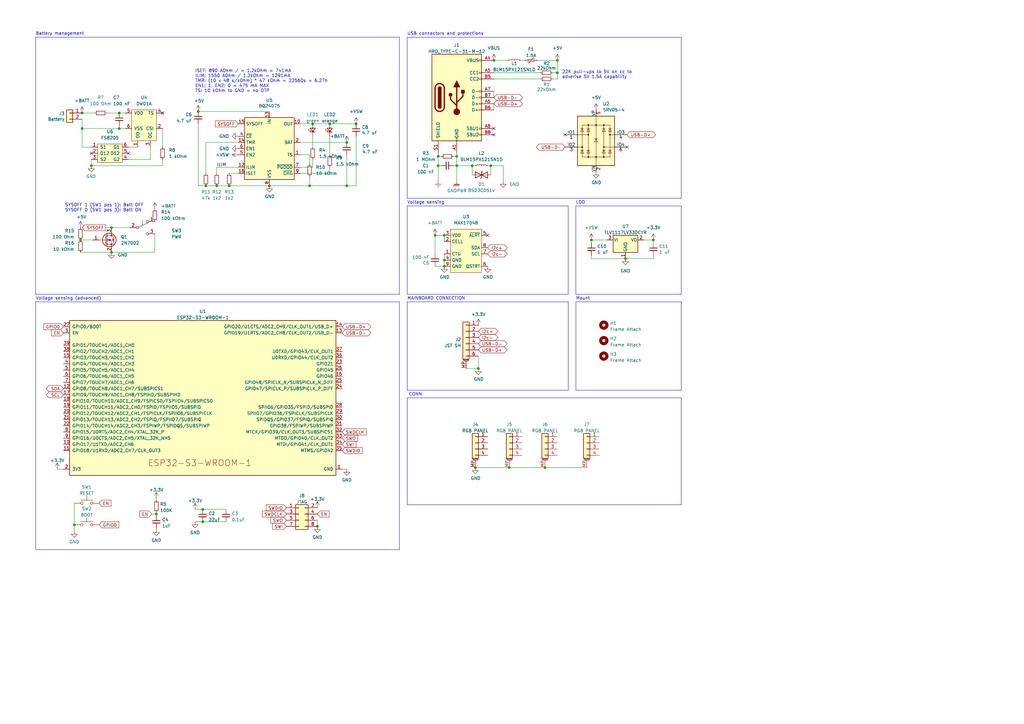
<source format=kicad_sch>
(kicad_sch (version 20211123) (generator eeschema)
  (paper "A3")
  (junction (at 242.57 98.425))
  (junction (at 48.895 46.355))
  (junction (at 33.655 52.705))
  (junction (at 64.135 210.82))
  (junction (at 37.465 67.945))
  (junction (at 228.6 24.765))
  (junction (at 193.675 67.945))
  (junction (at 81.28 45.72))
  (junction (at 179.705 67.945) (diameter 0.9144))
  (junction (at 187.325 67.945) (diameter 0.9144))
  (junction (at 201.295 67.945))
  (junction (at 48.895 52.705))
  (junction (at 228.6 29.845))
  (junction (at 142.24 58.42) (diameter 0.9144))
  (junction (at 45.72 103.505))
  (junction (at 194.945 191.77))
  (junction (at 267.97 98.425))
  (junction (at 179.705 64.135) (diameter 0.9144))
  (junction (at 182.245 109.22))
  (junction (at 88.9 76.2) (diameter 0.9144))
  (junction (at 110.49 76.2) (diameter 0.9144))
  (junction (at 208.915 191.77))
  (junction (at 142.24 76.2))
  (junction (at 135.255 50.8))
  (junction (at 30.48 215.265))
  (junction (at 93.98 76.2) (diameter 0.9144))
  (junction (at 83.185 208.915))
  (junction (at 202.565 24.765))
  (junction (at 84.455 76.2))
  (junction (at 130.175 215.9))
  (junction (at 196.215 151.13))
  (junction (at 256.54 106.045))
  (junction (at 33.655 46.355))
  (junction (at 223.52 191.77))
  (junction (at 83.185 213.995))
  (junction (at 127 76.2) (diameter 0.9144))
  (junction (at 182.245 96.52))
  (junction (at 128.27 50.8))
  (junction (at 146.05 50.8))
  (junction (at 33.02 98.425))
  (junction (at 187.325 64.135) (diameter 0.9144))
  (junction (at 182.245 106.68))
  (junction (at 45.72 93.345))
  (junction (at 178.435 96.52))
  (no_connect (at 231.775 55.245))
  (no_connect (at 202.565 55.245))
  (no_connect (at 202.565 52.705))
  (no_connect (at 200.025 96.52))
  (no_connect (at 37.465 62.865))
  (no_connect (at 66.675 46.355))
  (no_connect (at 52.705 62.865))
  (no_connect (at 257.175 60.325))
  (wire (pts (xy 43.18 93.345) (xy 45.72 93.345)))
  (wire (pts (xy 123.19 63.5) (xy 127 63.5)))
  (wire (pts (xy 220.345 24.765) (xy 228.6 24.765)))
  (polyline (pts (xy 279.3746 120.6754) (xy 279.3746 84.4804)) (stroke (width 0) (type solid)))
  (wire (pts (xy 146.05 76.2) (xy 142.24 76.2)))
  (wire (pts (xy 93.98 71.12) (xy 97.79 71.12)))
  (wire (pts (xy 223.52 191.77) (xy 240.665 191.77)))
  (wire (pts (xy 256.54 106.045) (xy 267.97 106.045)))
  (wire (pts (xy 221.615 29.845) (xy 202.565 29.845)))
  (wire (pts (xy 83.185 208.915) (xy 92.71 208.915)))
  (polyline (pts (xy 14.605 15.24) (xy 163.83 15.24)) (stroke (width 0) (type solid)))
  (wire (pts (xy 193.675 67.945) (xy 193.675 71.755)))
  (polyline (pts (xy 279.3746 81.3054) (xy 279.3746 15.2654)) (stroke (width 0) (type solid)))
  (wire (pts (xy 182.245 96.52) (xy 182.245 99.06)))
  (wire (pts (xy 128.27 50.8) (xy 135.255 50.8)))
  (polyline (pts (xy 236.22 123.825) (xy 236.22 160.02)) (stroke (width 0) (type solid)))
  (wire (pts (xy 127 67.31) (xy 127 63.5)))
  (wire (pts (xy 186.055 67.945) (xy 187.325 67.945)))
  (wire (pts (xy 33.655 48.895) (xy 33.655 52.705)))
  (wire (pts (xy 33.655 60.325) (xy 37.465 60.325)))
  (wire (pts (xy 179.705 62.865) (xy 179.705 64.135)))
  (wire (pts (xy 264.16 98.425) (xy 267.97 98.425)))
  (wire (pts (xy 48.895 52.705) (xy 48.895 51.435)))
  (wire (pts (xy 179.705 64.135) (xy 179.705 67.945)))
  (polyline (pts (xy 166.9796 15.2654) (xy 279.3746 15.2654)) (stroke (width 0) (type solid)))
  (wire (pts (xy 64.135 204.47) (xy 64.135 205.105)))
  (polyline (pts (xy 233.0196 120.6754) (xy 233.0196 84.4804)) (stroke (width 0) (type solid)))
  (wire (pts (xy 182.245 104.14) (xy 182.245 106.68)))
  (wire (pts (xy 66.675 67.945) (xy 66.675 65.405)))
  (polyline (pts (xy 14.605 15.24) (xy 14.5796 120.6754)) (stroke (width 0) (type solid)))
  (wire (pts (xy 200.025 67.945) (xy 201.295 67.945)))
  (wire (pts (xy 37.465 65.405) (xy 37.465 67.945)))
  (wire (pts (xy 88.9 68.58) (xy 97.79 68.58)))
  (polyline (pts (xy 167.005 163.195) (xy 167.005 207.01)) (stroke (width 0) (type solid)))
  (wire (pts (xy 66.675 52.705) (xy 66.675 60.325)))
  (wire (pts (xy 206.375 74.295) (xy 206.375 67.945)))
  (wire (pts (xy 206.375 67.945) (xy 201.295 67.945)))
  (wire (pts (xy 135.255 55.88) (xy 135.255 63.5)))
  (wire (pts (xy 51.435 52.705) (xy 48.895 52.705)))
  (wire (pts (xy 84.455 58.42) (xy 97.79 58.42)))
  (polyline (pts (xy 166.9796 84.4804) (xy 233.0196 84.4804)) (stroke (width 0) (type solid)))
  (polyline (pts (xy 167.005 160.02) (xy 233.045 160.02)) (stroke (width 0) (type solid)))
  (wire (pts (xy 93.98 76.2) (xy 110.49 76.2)))
  (wire (pts (xy 213.487 24.765) (xy 215.265 24.765)))
  (wire (pts (xy 178.435 96.52) (xy 182.245 96.52)))
  (wire (pts (xy 81.28 45.72) (xy 110.49 45.72)))
  (polyline (pts (xy 163.83 225.425) (xy 163.83 123.825)) (stroke (width 0) (type solid)))
  (wire (pts (xy 88.9 68.58) (xy 88.9 71.12)))
  (wire (pts (xy 242.57 104.775) (xy 242.57 106.045)))
  (wire (pts (xy 178.435 96.52) (xy 178.435 104.14)))
  (wire (pts (xy 228.6 24.765) (xy 228.6 29.845)))
  (wire (pts (xy 30.48 215.265) (xy 30.48 217.805)))
  (wire (pts (xy 196.215 151.13) (xy 191.135 151.13)))
  (wire (pts (xy 202.565 42.545) (xy 202.565 45.085)))
  (wire (pts (xy 242.57 98.425) (xy 248.92 98.425)))
  (wire (pts (xy 33.02 98.425) (xy 38.1 98.425)))
  (wire (pts (xy 83.185 213.995) (xy 92.71 213.995)))
  (polyline (pts (xy 14.605 225.425) (xy 163.83 225.425)) (stroke (width 0) (type solid)))
  (wire (pts (xy 43.815 46.355) (xy 48.895 46.355)))
  (polyline (pts (xy 166.9796 15.2654) (xy 166.9796 81.3054)) (stroke (width 0) (type solid)))
  (wire (pts (xy 63.5 103.505) (xy 45.72 103.505)))
  (wire (pts (xy 45.72 93.345) (xy 53.34 93.345)))
  (polyline (pts (xy 233.045 160.02) (xy 233.045 123.825)) (stroke (width 0) (type solid)))
  (wire (pts (xy 228.6 32.385) (xy 226.695 32.385)))
  (polyline (pts (xy 236.22 123.825) (xy 279.4 123.825)) (stroke (width 0) (type solid)))
  (polyline (pts (xy 236.1946 84.4804) (xy 236.1946 120.6754)) (stroke (width 0) (type solid)))
  (polyline (pts (xy 167.005 207.01) (xy 279.4 207.01)) (stroke (width 0) (type solid)))
  (wire (pts (xy 80.01 213.995) (xy 83.185 213.995)))
  (wire (pts (xy 180.975 64.135) (xy 179.705 64.135)))
  (wire (pts (xy 84.455 76.2) (xy 88.9 76.2)))
  (wire (pts (xy 37.465 67.945) (xy 66.675 67.945)))
  (wire (pts (xy 123.19 71.12) (xy 135.255 71.12)))
  (wire (pts (xy 202.565 24.765) (xy 208.407 24.765)))
  (wire (pts (xy 130.175 213.36) (xy 130.175 215.9)))
  (polyline (pts (xy 167.005 163.195) (xy 279.4 163.195)) (stroke (width 0) (type solid)))
  (wire (pts (xy 182.245 106.68) (xy 182.245 109.22)))
  (wire (pts (xy 33.655 46.355) (xy 38.735 46.355)))
  (wire (pts (xy 110.49 76.2) (xy 127 76.2)))
  (polyline (pts (xy 166.9796 84.4804) (xy 166.9796 120.6754)) (stroke (width 0) (type solid)))
  (polyline (pts (xy 166.9796 81.3054) (xy 279.3746 81.3054)) (stroke (width 0) (type solid)))
  (wire (pts (xy 52.705 60.325) (xy 56.515 60.325)))
  (wire (pts (xy 64.135 210.185) (xy 64.135 210.82)))
  (wire (pts (xy 33.655 52.705) (xy 48.895 52.705)))
  (wire (pts (xy 135.255 68.58) (xy 135.255 71.12)))
  (wire (pts (xy 193.675 67.945) (xy 187.325 67.945)))
  (wire (pts (xy 187.325 64.135) (xy 187.325 67.945)))
  (wire (pts (xy 64.135 210.82) (xy 64.135 211.455)))
  (wire (pts (xy 123.19 50.8) (xy 128.27 50.8)))
  (wire (pts (xy 267.97 98.425) (xy 267.97 99.695)))
  (polyline (pts (xy 14.605 123.825) (xy 14.605 225.425)) (stroke (width 0) (type solid)))
  (wire (pts (xy 178.435 109.22) (xy 182.245 109.22)))
  (wire (pts (xy 202.565 32.385) (xy 221.615 32.385)))
  (wire (pts (xy 179.705 67.945) (xy 179.705 74.295)))
  (polyline (pts (xy 279.4 207.01) (xy 279.4 163.195)) (stroke (width 0) (type solid)))
  (wire (pts (xy 81.28 50.8) (xy 81.28 76.2)))
  (wire (pts (xy 63.5 95.885) (xy 63.5 103.505)))
  (polyline (pts (xy 14.605 123.825) (xy 163.83 123.825)) (stroke (width 0) (type solid)))
  (wire (pts (xy 194.945 67.945) (xy 193.675 67.945)))
  (polyline (pts (xy 163.8046 120.6754) (xy 163.83 15.24)) (stroke (width 0) (type solid)))
  (polyline (pts (xy 14.5796 120.6754) (xy 163.8046 120.6754)) (stroke (width 0) (type solid)))
  (wire (pts (xy 123.19 58.42) (xy 142.24 58.42)))
  (wire (pts (xy 33.655 52.705) (xy 33.655 60.325)))
  (wire (pts (xy 242.57 106.045) (xy 256.54 106.045)))
  (wire (pts (xy 128.27 68.58) (xy 123.19 68.58)))
  (wire (pts (xy 186.055 64.135) (xy 187.325 64.135)))
  (wire (pts (xy 61.595 65.405) (xy 61.595 60.325)))
  (wire (pts (xy 52.705 65.405) (xy 61.595 65.405)))
  (wire (pts (xy 80.01 208.915) (xy 83.185 208.915)))
  (wire (pts (xy 81.28 76.2) (xy 84.455 76.2)))
  (wire (pts (xy 267.97 104.775) (xy 267.97 106.045)))
  (polyline (pts (xy 236.1946 84.4804) (xy 279.3746 84.4804)) (stroke (width 0) (type solid)))
  (wire (pts (xy 128.27 65.405) (xy 128.27 68.58)))
  (wire (pts (xy 196.215 146.05) (xy 196.215 151.13)))
  (wire (pts (xy 202.565 37.465) (xy 202.565 40.005)))
  (wire (pts (xy 201.295 67.945) (xy 201.295 71.755)))
  (wire (pts (xy 33.02 103.505) (xy 45.72 103.505)))
  (polyline (pts (xy 236.22 160.02) (xy 279.4 160.02)) (stroke (width 0) (type solid)))
  (polyline (pts (xy 279.4 160.02) (xy 279.4 123.825)) (stroke (width 0) (type solid)))
  (wire (pts (xy 242.57 99.695) (xy 242.57 98.425)))
  (wire (pts (xy 180.975 67.945) (xy 179.705 67.945)))
  (wire (pts (xy 30.48 206.375) (xy 30.48 215.265)))
  (polyline (pts (xy 236.1946 120.6754) (xy 279.3746 120.6754)) (stroke (width 0) (type solid)))
  (wire (pts (xy 187.325 62.865) (xy 187.325 64.135)))
  (wire (pts (xy 146.05 55.88) (xy 146.05 76.2)))
  (wire (pts (xy 48.895 46.355) (xy 51.435 46.355)))
  (wire (pts (xy 208.915 191.77) (xy 223.52 191.77)))
  (wire (pts (xy 64.135 210.82) (xy 62.23 210.82)))
  (wire (pts (xy 142.24 63.5) (xy 142.24 76.2)))
  (wire (pts (xy 84.455 71.12) (xy 84.455 58.42)))
  (wire (pts (xy 127 72.39) (xy 127 76.2)))
  (wire (pts (xy 135.255 50.8) (xy 146.05 50.8)))
  (wire (pts (xy 194.945 191.77) (xy 208.915 191.77)))
  (wire (pts (xy 187.325 67.945) (xy 187.325 74.295)))
  (wire (pts (xy 23.495 192.405) (xy 26.035 192.405)))
  (wire (pts (xy 64.135 217.17) (xy 64.135 216.535)))
  (wire (pts (xy 140.335 192.405) (xy 142.24 192.405)))
  (wire (pts (xy 226.695 29.845) (xy 228.6 29.845)))
  (wire (pts (xy 127 76.2) (xy 142.24 76.2)))
  (polyline (pts (xy 166.9796 120.6754) (xy 233.0196 120.6754)) (stroke (width 0) (type solid)))
  (wire (pts (xy 88.9 76.2) (xy 93.98 76.2)))
  (polyline (pts (xy 167.005 123.825) (xy 233.045 123.825)) (stroke (width 0) (type solid)))
  (polyline (pts (xy 167.005 123.825) (xy 167.005 160.02)) (stroke (width 0) (type solid)))
  (wire (pts (xy 228.6 29.845) (xy 228.6 32.385)))
  (wire (pts (xy 128.27 55.88) (xy 128.27 60.325)))
  (text "Voltage sensing" (at 166.9796 83.8454 0) (effects (font (size 1.27 1.27)) (justify left bottom)))
  (text "ISET: 890 AOhm / = 1.2kOhm = 741mA\nILIM: 1550 AOhm / 1.2kOhm = 1291mA\nTMR: (10 x 48 s/kOhm) * 47 kOhm = 22560s = 6.27h\nEN1: 1, EN2: 0 = 475 mA MAX\nTS: 10 kOhm to GND = no OTP" (at 80.01 38.1 0) (effects (font (size 1.27 1.27)) (justify left bottom)))
  (text "Battery management" (at 14.605 14.605 0) (effects (font (size 1.27 1.27)) (justify left bottom)))
  (text "Mount" (at 236.22 123.19 0) (effects (font (size 1.27 1.27)) (justify left bottom)))
  (text "Voltage sensing (advanced)" (at 14.605 123.19 0) (effects (font (size 1.27 1.27)) (justify left bottom)))
  (text "22K pull-ups to 5V on cc to \nadverise 5V 1.5A capability" (at 230.505 32.385 0) (effects (font (size 1.27 1.27)) (justify left bottom)))
  (text "CONN" (at 167.64 162.56 0) (effects (font (size 1.27 1.27)) (justify left bottom)))
  (text "MAINBOARD CONNECTION" (at 167.005 123.19 0) (effects (font (size 1.27 1.27)) (justify left bottom)))
  (text "LDO" (at 236.1946 83.8454 0) (effects (font (size 1.27 1.27)) (justify left bottom)))
  (text "SYSOFF 1 (SW1 pos 1): Batt OFF\nSYSOFF 0 (SW1 pos 3): Batt ON" (at 26.67 86.995 0) (effects (font (size 1.27 1.27)) (justify left bottom)))
  (text "USB connectors and protections" (at 166.9796 14.6304 0) (effects (font (size 1.27 1.27)) (justify left bottom)))
  (label "ILIM" (at 88.9 68.58 0))
  (global_label "USB-D-" (shape bidirectional) (at 140.335 136.525 0) (property "Intersheet References" "${INTERSHEET_REFS}" (effects hide)))
  (global_label "SDA" (shape bidirectional) (at 26.035 159.385 180) (property "Intersheet References" "${INTERSHEET_REFS}" (effects hide)))
  (global_label "USB-D-" (shape bidirectional) (at 231.775 60.325 180) (property "Intersheet References" "${INTERSHEET_REFS}" (effects hide)))
  (global_label "SWO" (shape input) (at 140.335 179.705 0) (property "Intersheet References" "${INTERSHEET_REFS}" (effects hide)))
  (global_label "SWI" (shape input) (at 140.335 182.245 0) (property "Intersheet References" "${INTERSHEET_REFS}" (effects hide)))
  (global_label "USB-D+" (shape bidirectional) (at 196.215 143.51 0) (property "Intersheet References" "${INTERSHEET_REFS}" (effects hide)))
  (global_label "SCL" (shape bidirectional) (at 26.035 161.925 180) (property "Intersheet References" "${INTERSHEET_REFS}" (effects hide)))
  (global_label "SWO" (shape input) (at 117.475 213.36 180) (property "Intersheet References" "${INTERSHEET_REFS}" (effects hide)))
  (global_label "SWDIO" (shape input) (at 117.475 208.28 180) (property "Intersheet References" "${INTERSHEET_REFS}" (effects hide)))
  (global_label "SWDCLK" (shape input) (at 117.475 210.82 180) (property "Intersheet References" "${INTERSHEET_REFS}" (effects hide)))
  (global_label "I2c+" (shape bidirectional) (at 200.025 101.6 0) (property "Intersheet References" "${INTERSHEET_REFS}" (effects hide)))
  (global_label "USB-D+" (shape bidirectional) (at 257.175 55.245 0) (property "Intersheet References" "${INTERSHEET_REFS}" (effects hide)))
  (global_label "I2c-" (shape bidirectional) (at 200.025 104.14 0) (property "Intersheet References" "${INTERSHEET_REFS}" (effects hide)))
  (global_label "SWDIO" (shape input) (at 140.335 184.785 0) (property "Intersheet References" "${INTERSHEET_REFS}" (effects hide)))
  (global_label "USB-D-" (shape bidirectional) (at 196.215 140.97 0) (property "Intersheet References" "${INTERSHEET_REFS}" (effects hide)))
  (global_label "EN" (shape input) (at 26.035 136.525 180) (property "Intersheet References" "${INTERSHEET_REFS}" (effects hide)))
  (global_label "SYSOFF" (shape input) (at 97.79 50.8 180) (property "Intersheet References" "${INTERSHEET_REFS}" (effects hide)))
  (global_label "EN" (shape input) (at 62.23 210.82 180) (property "Intersheet References" "${INTERSHEET_REFS}" (effects hide)))
  (global_label "SYSOFF" (shape output) (at 43.18 93.345 180) (property "Intersheet References" "${INTERSHEET_REFS}" (effects hide)))
  (global_label "EN" (shape input) (at 130.175 210.82 0) (property "Intersheet References" "${INTERSHEET_REFS}" (effects hide)))
  (global_label "EN" (shape input) (at 40.64 206.375 0) (property "Intersheet References" "${INTERSHEET_REFS}" (effects hide)))
  (global_label "USB-D+" (shape bidirectional) (at 140.335 133.985 0) (property "Intersheet References" "${INTERSHEET_REFS}" (effects hide)))
  (global_label "SWDCLK" (shape input) (at 140.335 177.165 0) (property "Intersheet References" "${INTERSHEET_REFS}" (effects hide)))
  (global_label "GPIO0" (shape input) (at 26.035 133.985 180) (property "Intersheet References" "${INTERSHEET_REFS}" (effects hide)))
  (global_label "GPIO0" (shape input) (at 40.64 215.265 0) (property "Intersheet References" "${INTERSHEET_REFS}" (effects hide)))
  (global_label "I2c-" (shape bidirectional) (at 196.215 138.43 0) (property "Intersheet References" "${INTERSHEET_REFS}" (effects hide)))
  (global_label "USB-D-" (shape bidirectional) (at 202.565 40.005 0) (property "Intersheet References" "${INTERSHEET_REFS}" (effects hide)))
  (global_label "USB-D+" (shape bidirectional) (at 202.565 42.545 0) (property "Intersheet References" "${INTERSHEET_REFS}" (effects hide)))
  (global_label "I2c+" (shape bidirectional) (at 196.215 135.89 0) (property "Intersheet References" "${INTERSHEET_REFS}" (effects hide)))
  (global_label "SWI" (shape input) (at 117.475 215.9 180) (property "Intersheet References" "${INTERSHEET_REFS}" (effects hide)))
  (symbol (lib_id "power:GND") (at 256.54 106.045 0) (mirror y) (unit 1)
    (property "Reference" "#PWR0136" (effects hide))
    (property "Value" "GND" (at 256.54 111.125 0))
  )
  (symbol (lib_id "power:GND") (at 206.375 74.295 0) (unit 1)
    (property "Reference" "#PWR0122" (effects hide))
    (property "Value" "GND" (at 208.915 75.5649 0) (effects (justify left)))
  )
  (symbol (lib_id "Transistor_FET:2N7002") (at 43.18 98.425 0) (unit 1)
    (property "Reference" "Q1" (at 49.53 97.1549 0) (effects (justify left)))
    (property "Value" "2N7002" (at 49.53 99.6949 0) (effects (justify left)))
    (property "Footprint" "Package_TO_SOT_SMD:SOT-23" (effects hide))
    (property "Datasheet" "https://www.onsemi.com/pub/Collateral/NDS7002A-D.PDF" (effects hide))
  )
  (symbol (lib_id "Device:C_Small") (at 183.515 67.945 270) (unit 1)
    (property "Reference" "C1" (at 174.625 67.945 90))
    (property "Value" "100 nF" (at 174.625 70.485 90))
    (property "Footprint" "Capacitor_SMD:C_0402_1005Metric" (effects hide))
    (property "Notes" "X7R, 10%" (effects hide))
  )
  (symbol (lib_id "power:GND") (at 142.24 192.405 0) (unit 1)
    (property "Reference" "#PWR0111" (effects hide))
    (property "Value" "GND" (at 142.24 196.8484 0))
  )
  (symbol (lib_id "power:GNDPWR") (at 187.325 74.295 0) (unit 1)
    (property "Reference" "#PWR0128" (effects hide))
    (property "Value" "GNDPWR" (at 187.4266 78.2066 0))
  )
  (symbol (lib_id "Device:C_Small") (at 64.135 213.995 0) (unit 1)
    (property "Reference" "C4" (at 66.4591 213.1666 0) (effects (justify left)))
    (property "Value" "1uF" (at 66.4591 215.7035 0) (effects (justify left)))
    (property "Footprint" "Capacitor_SMD:C_0402_1005Metric" (effects hide))
  )
  (symbol (lib_id "Device:R_Small") (at 127 69.85 0) (unit 1)
    (property "Reference" "R10" (at 129.54 68.5799 0) (effects (justify left)))
    (property "Value" "10 kOhm" (at 129.54 71.1199 0) (effects (justify left)))
    (property "Footprint" "Resistor_SMD:R_0402_1005Metric" (effects hide))
  )
  (symbol (lib_id "power:+3.3V") (at 267.97 98.425 0) (unit 1)
    (property "Reference" "#PWR0134" (effects hide))
    (property "Value" "+3.3V" (at 267.97 93.345 0))
  )
  (symbol (lib_id "Connector_Generic_MountingPin:Conn_01x06_MountingPin") (at 191.135 138.43 0) (mirror y) (unit 1)
    (property "Reference" "J2" (at 189.103 139.2209 0) (effects (justify left)))
    (property "Value" "JST SH" (at 189.103 141.7578 0) (effects (justify left)))
    (property "Footprint" "Connector_JST:JST_SH_BM06B-SRSS-TB_1x06-1MP_P1.00mm_Vertical" (effects hide))
  )
  (symbol (lib_id "power:+BATT") (at 178.435 96.52 0) (unit 1)
    (property "Reference" "#PWR0124" (effects hide))
    (property "Value" "+BATT" (at 178.435 91.44 0))
  )
  (symbol (lib_id "Device:L_Small") (at 197.485 67.945 90) (unit 1)
    (property "Reference" "L2" (at 197.485 62.865 90))
    (property "Value" "BLM15PX121SN1D" (at 197.485 65.405 90))
    (property "Footprint" "Inductor_SMD:L_0402_1005Metric" (effects hide))
  )
  (symbol (lib_id "Mechanical:MountingHole") (at 247.65 133.35 0) (unit 1)
    (property "Reference" "H1" (at 250.19 132.5153 0) (effects (justify left)))
    (property "Value" "Frame Attach" (at 250.19 135.0522 0) (effects (justify left)))
    (property "Footprint" "MountingHole:MountingHole_2.2mm_M2_ISO7380_Pad" (effects hide))
  )
  (symbol (lib_id "Device:C_Small") (at 83.185 211.455 0) (unit 1)
    (property "Reference" "C2" (at 85.5091 210.6266 0) (effects (justify left)))
    (property "Value" "22uF" (at 85.5091 213.1635 0) (effects (justify left)))
    (property "Footprint" "Capacitor_SMD:C_0402_1005Metric" (effects hide))
  )
  (symbol (lib_id "Device:R_Small") (at 33.02 95.885 0) (unit 1)
    (property "Reference" "R15" (at 30.48 94.6149 0) (effects (justify right)))
    (property "Value" "100 Ohm" (at 30.48 97.1549 0) (effects (justify right)))
    (property "Footprint" "Resistor_SMD:R_0402_1005Metric" (effects hide))
  )
  (symbol (lib_id "power:+BATT") (at 33.655 46.355 0) (mirror y) (unit 1)
    (property "Reference" "#PWR0107" (effects hide))
    (property "Value" "+BATT" (at 33.655 41.275 0))
  )
  (symbol (lib_id "Espressif:ESP32-S3-WROOM-1") (at 81.915 164.465 0) (unit 1)
    (property "Reference" "U1" (at 83.185 127.7452 0))
    (property "Value" "ESP32-S3-WROOM-1" (at 83.185 130.2821 0))
    (property "Footprint" "Espressif:ESP32-S3-WROOM-1U" (effects hide))
    (property "Datasheet" "https://www.espressif.com/sites/default/files/documentation/esp32-s3-wroom-1_wroom-1u_datasheet_en.pdf" (effects hide))
  )
  (symbol (lib_id "Switch:SW_Push_SPDT") (at 58.42 93.345 0) (unit 1)
    (property "Reference" "SW3" (at 72.39 94.615 0))
    (property "Value" "PWR" (at 72.39 97.155 0))
    (property "Footprint" "marbastlib-various:SW_SSSS213100" (effects hide))
  )
  (symbol (lib_id "power:+VSW") (at 146.05 50.8 0) (unit 1)
    (property "Reference" "#PWR0135" (effects hide))
    (property "Value" "+VSW" (at 146.05 45.72 0))
  )
  (symbol (lib_id "Switch:SW_Push") (at 35.56 215.265 0) (unit 1)
    (property "Reference" "SW2" (at 35.56 208.6442 0))
    (property "Value" "BOOT" (at 35.56 211.1811 0))
    (property "Footprint" "Button_Switch_THT:SW_Tactile_SPST_Angled_PTS645Vx39-2LFS" (effects hide))
  )
  (symbol (lib_id "Mechanical:MountingHole") (at 247.65 146.05 0) (unit 1)
    (property "Reference" "H3" (at 250.19 145.2153 0) (effects (justify left)))
    (property "Value" "Frame Attach" (at 250.19 147.7522 0) (effects (justify left)))
    (property "Footprint" "MountingHole:MountingHole_2.2mm_M2_ISO7380_Pad" (effects hide))
  )
  (symbol (lib_id "Power_Protection:SRV05-4") (at 244.475 57.785 0) (unit 1)
    (property "Reference" "U2" (at 247.2437 42.545 0) (effects (justify left)))
    (property "Value" "SRV05-4" (at 247.2437 45.085 0) (effects (justify left)))
    (property "Footprint" "marbastlib-various:SOT-23-6-routable" (effects hide))
    (property "Datasheet" "http://www.onsemi.com/pub/Collateral/SRV05-4-D.PDF" (effects hide))
  )
  (symbol (lib_id "power:GND") (at 110.49 76.2 0) (unit 1)
    (property "Reference" "#PWR0115" (effects hide))
    (property "Value" "GND" (at 110.617 80.5942 0))
  )
  (symbol (lib_id "Device:R_Small") (at 93.98 73.66 0) (unit 1)
    (property "Reference" "R13" (at 94.0054 78.7146 0))
    (property "Value" "1k2" (at 94.0054 81.2515 0))
    (property "Footprint" "Resistor_SMD:R_0402_1005Metric" (effects hide))
  )
  (symbol (lib_id "Device:C_Small") (at 48.895 48.895 0) (unit 1)
    (property "Reference" "C7" (at 46.355 40.005 0) (effects (justify left)))
    (property "Value" "100 nF" (at 46.355 42.545 0) (effects (justify left)))
    (property "Footprint" "Capacitor_SMD:C_0402_1005Metric" (effects hide))
    (property "Notes" "X7R, 10%" (effects hide))
  )
  (symbol (lib_id "power:+5V") (at 228.6 24.765 0) (unit 1)
    (property "Reference" "#PWR0132" (effects hide))
    (property "Value" "+5V" (at 228.6 19.685 0))
  )
  (symbol (lib_id "power:GND") (at 64.135 217.17 0) (unit 1)
    (property "Reference" "#PWR0110" (effects hide))
    (property "Value" "GND" (at 64.135 221.6134 0))
  )
  (symbol (lib_id "Battery_Management:BQ24075RGT") (at 110.49 60.96 0) (unit 1)
    (property "Reference" "U5" (at 110.49 41.1226 0))
    (property "Value" "BQ24075" (at 110.49 43.434 0))
    (property "Footprint" "Package_DFN_QFN:VQFN-16-1EP_3x3mm_P0.5mm_EP1.6x1.6mm" (effects hide))
    (property "Datasheet" "http://www.ti.com/lit/ds/symlink/bq24075.pdf" (effects hide))
  )
  (symbol (lib_id "power:+3.3V") (at 23.495 192.405 0) (unit 1)
    (property "Reference" "#PWR0126" (effects hide))
    (property "Value" "+3.3V" (at 23.495 188.8292 0))
  )
  (symbol (lib_id "Connector_Generic:Conn_01x02") (at 28.575 46.355 0) (mirror y) (unit 1)
    (property "Reference" "J3" (at 26.543 46.5582 0) (effects (justify left)))
    (property "Value" "Battery" (at 26.543 48.8696 0) (effects (justify left)))
    (property "Footprint" "custom:Keystone 18350 clips" (effects hide))
  )
  (symbol (lib_id "power:GND") (at 130.175 215.9 0) (unit 1)
    (property "Reference" "#PWR0121" (effects hide))
    (property "Value" "GND" (at 130.175 220.3434 0))
  )
  (symbol (lib_id "power:+VSW") (at 242.57 98.425 0) (unit 1)
    (property "Reference" "#PWR0133" (effects hide))
    (property "Value" "+VSW" (at 242.57 93.345 0))
  )
  (symbol (lib_id "power:GND") (at 194.945 191.77 0) (unit 1)
    (property "Reference" "#PWR0137" (effects hide))
    (property "Value" "GND" (at 195.072 196.1642 0))
  )
  (symbol (lib_id "power:GND") (at 200.025 109.22 0) (unit 1)
    (property "Reference" "#PWR0125" (effects hide))
    (property "Value" "GND" (at 200.152 113.6142 0))
  )
  (symbol (lib_id "power:GND") (at 97.79 55.88 270) (unit 1)
    (property "Reference" "#PWR0116" (effects hide))
    (property "Value" "GND" (at 93.98 55.8799 90) (effects (justify right)))
  )
  (symbol (lib_id "Device:L_Small") (at 210.947 24.765 90) (unit 1)
    (property "Reference" "L1" (at 210.947 26.035 90))
    (property "Value" "BLM15PX121SN1D" (at 210.947 28.575 90))
    (property "Footprint" "Inductor_SMD:L_0402_1005Metric" (effects hide))
  )
  (symbol (lib_id "Device:R_Small") (at 224.155 29.845 270) (mirror x) (unit 1)
    (property "Reference" "R2" (at 224.155 26.035 90))
    (property "Value" "22kOhm" (at 224.155 27.9455 90))
    (property "Footprint" "Resistor_SMD:R_0402_1005Metric" (effects hide))
  )
  (symbol (lib_id "power:+VSW") (at 97.79 63.5 90) (mirror x) (unit 1)
    (property "Reference" "#PWR0118" (effects hide))
    (property "Value" "+VSW" (at 93.98 63.5001 90) (effects (justify left)))
  )
  (symbol (lib_id "Device:R_Small") (at 128.27 62.865 0) (unit 1)
    (property "Reference" "R4" (at 130.81 61.5949 0) (effects (justify left)))
    (property "Value" "1.5 kOhm" (at 130.81 64.1349 0) (effects (justify left)))
    (property "Footprint" "Resistor_SMD:R_0402_1005Metric" (effects hide))
  )
  (symbol (lib_id "Device:C_Small") (at 142.24 60.96 0) (unit 1)
    (property "Reference" "C9" (at 148.59 59.9186 0) (effects (justify left)))
    (property "Value" "4.7 uF" (at 148.59 62.23 0) (effects (justify left)))
    (property "Footprint" "Capacitor_SMD:C_0402_1005Metric" (effects hide))
    (property "Notes" "X7R, 10%" (effects hide))
  )
  (symbol (lib_id "power:GND") (at 37.465 67.945 0) (mirror y) (unit 1)
    (property "Reference" "#PWR0108" (effects hide))
    (property "Value" "GND" (at 37.338 72.3392 0))
  )
  (symbol (lib_id "Device:R_Small") (at 224.155 32.385 270) (mirror x) (unit 1)
    (property "Reference" "R1" (at 224.155 34.671 90))
    (property "Value" "22kOhm" (at 224.155 36.73 90))
    (property "Footprint" "Resistor_SMD:R_0402_1005Metric" (effects hide))
  )
  (symbol (lib_id "Device:C_Small") (at 267.97 102.235 0) (unit 1)
    (property "Reference" "C11" (at 270.3068 101.0666 0) (effects (justify left)))
    (property "Value" "1 uF" (at 270.3068 103.378 0) (effects (justify left)))
    (property "Footprint" "Capacitor_SMD:C_0402_1005Metric" (effects hide))
    (property "Notes" "X7R, 10%" (effects hide))
  )
  (symbol (lib_id "power:+3.3V") (at 64.135 204.47 0) (unit 1)
    (property "Reference" "#PWR0103" (effects hide))
    (property "Value" "+3.3V" (at 64.135 200.8942 0))
  )
  (symbol (lib_id "Device:R_Small") (at 183.515 64.135 90) (mirror x) (unit 1)
    (property "Reference" "R3" (at 174.625 62.865 90))
    (property "Value" "1 MOhm" (at 174.625 65.405 90))
    (property "Footprint" "Resistor_SMD:R_0402_1005Metric" (effects hide))
  )
  (symbol (lib_id "marbastlib-various:DW01A") (at 59.055 51.435 0) (unit 1)
    (property "Reference" "U4" (at 59.055 40.005 0))
    (property "Value" "DW01A" (at 59.055 42.545 0))
    (property "Footprint" "Package_TO_SOT_SMD:SOT-23-6" (effects hide))
    (property "Datasheet" "https://datasheet.lcsc.com/szlcsc/Fortune-Semicon-DW01A-G_C61503.pdf" (effects hide))
    (property "LCSC" "C61503" (effects hide))
  )
  (symbol (lib_id "Device:C_Small") (at 242.57 102.235 0) (unit 1)
    (property "Reference" "C10" (at 244.9068 101.0666 0) (effects (justify left)))
    (property "Value" "1 uF" (at 244.9068 103.378 0) (effects (justify left)))
    (property "Footprint" "Capacitor_SMD:C_0402_1005Metric" (effects hide))
    (property "Notes" "X7R, 10%" (effects hide))
  )
  (symbol (lib_id "power:GND") (at 80.01 213.995 0) (unit 1)
    (property "Reference" "#PWR0104" (effects hide))
    (property "Value" "GND" (at 80.01 218.4384 0))
  )
  (symbol (lib_id "power:+3.3V") (at 130.175 208.28 0) (unit 1)
    (property "Reference" "#PWR0113" (effects hide))
    (property "Value" "+3.3V" (at 130.175 204.7042 0))
  )
  (symbol (lib_id "Connector_Generic_MountingPin:Conn_01x04_MountingPin") (at 223.52 181.61 0) (mirror y) (unit 1)
    (property "Reference" "J6" (at 223.52 174.1002 0))
    (property "Value" "RGB PANEL" (at 223.52 176.6371 0))
    (property "Footprint" "Connector_JST:JST_SH_SM04B-SRSS-TB_1x04-1MP_P1.00mm_Horizontal" (effects hide))
  )
  (symbol (lib_id "power:GND") (at 45.72 103.505 0) (unit 1)
    (property "Reference" "#PWR0109" (effects hide))
    (property "Value" "GND" (at 48.26 104.5844 0) (effects (justify left)))
  )
  (symbol (lib_id "Switch:SW_Push") (at 35.56 206.375 0) (unit 1)
    (property "Reference" "SW1" (at 35.56 199.7542 0))
    (property "Value" "RESET" (at 35.56 202.2911 0))
    (property "Footprint" "Button_Switch_THT:SW_Tactile_SPST_Angled_PTS645Vx39-2LFS" (effects hide))
  )
  (symbol (lib_id "power:+BATT") (at 63.5 85.725 0) (unit 1)
    (property "Reference" "#PWR0112" (effects hide))
    (property "Value" "+BATT" (at 66.04 84.4549 0) (effects (justify left)))
  )
  (symbol (lib_id "Device:R_Small") (at 88.9 73.66 0) (unit 1)
    (property "Reference" "R12" (at 88.9254 78.7146 0))
    (property "Value" "1k2" (at 88.9254 81.2515 0))
    (property "Footprint" "Resistor_SMD:R_0402_1005Metric" (effects hide))
  )
  (symbol (lib_id "Device:R_Small") (at 64.135 207.645 180) (unit 1)
    (property "Reference" "R5" (at 65.6336 206.8103 0) (effects (justify right)))
    (property "Value" "100K" (at 65.6336 209.3472 0) (effects (justify right)))
    (property "Footprint" "Resistor_SMD:R_0402_1005Metric" (effects hide))
  )
  (symbol (lib_id "marbastlib-various:MAX17048") (at 191.135 102.87 0) (unit 1)
    (property "Reference" "U3" (at 191.135 88.9 0))
    (property "Value" "MAX17048" (at 191.135 91.44 0))
    (property "Footprint" "Package_DFN_QFN:DFN-8-1EP_2x2mm_P0.5mm_EP0.7x1.3mm" (effects hide))
    (property "Datasheet" "https://datasheets.maximintegrated.com/en/ds/MAX17048-MAX17049.pdf" (effects hide))
  )
  (symbol (lib_id "Connector_Generic_MountingPin:Conn_01x04_MountingPin") (at 240.665 181.61 0) (mirror y) (unit 1)
    (property "Reference" "J7" (at 240.665 174.1002 0))
    (property "Value" "RGB PANEL" (at 240.665 176.6371 0))
    (property "Footprint" "Connector_JST:JST_SH_SM04B-SRSS-TB_1x04-1MP_P1.00mm_Horizontal" (effects hide))
  )
  (symbol (lib_id "power:GND") (at 30.48 217.805 0) (unit 1)
    (property "Reference" "#PWR0131" (effects hide))
    (property "Value" "GND" (at 30.48 222.2484 0))
  )
  (symbol (lib_id "marbastlib-various:FS8205") (at 45.085 62.865 0) (unit 1)
    (property "Reference" "U6" (at 45.085 53.975 0))
    (property "Value" "FS8205" (at 45.085 56.515 0))
    (property "Footprint" "Package_TO_SOT_SMD:SOT-23-6" (effects hide))
    (property "Datasheet" "https://datasheet.lcsc.com/szlcsc/Fortune-Semicon-FS8205_C32254.pdf" (effects hide))
    (property "LCSC" "C32254" (effects hide))
  )
  (symbol (lib_id "power:+5V") (at 81.28 45.72 0) (unit 1)
    (property "Reference" "#PWR0114" (effects hide))
    (property "Value" "+5V" (at 81.661 41.3258 0))
  )
  (symbol (lib_id "Device:D_TVS") (at 197.485 71.755 0) (unit 1)
    (property "Reference" "D1" (at 197.485 75.565 0))
    (property "Value" "BSD3C051V" (at 197.485 78.105 0))
    (property "Footprint" "Diode_SMD:D_SOD-323" (effects hide))
  )
  (symbol (lib_id "Device:LED_Small") (at 135.255 53.34 90) (unit 1)
    (property "Reference" "LED2" (at 135.255 46.99 90))
    (property "Value" "orange" (at 135.255 49.53 90))
    (property "Footprint" "LED_SMD:LED_0402_1005Metric" (effects hide))
  )
  (symbol (lib_id "power:GND") (at 97.79 60.96 270) (mirror x) (unit 1)
    (property "Reference" "#PWR0117" (effects hide))
    (property "Value" "GND" (at 93.98 60.9601 90) (effects (justify right)))
  )
  (symbol (lib_id "Device:R_Small") (at 135.255 66.04 0) (unit 1)
    (property "Reference" "R9" (at 137.795 64.7699 0) (effects (justify left)))
    (property "Value" "1.5 kOhm" (at 137.795 67.3099 0) (effects (justify left)))
    (property "Footprint" "Resistor_SMD:R_0402_1005Metric" (effects hide))
  )
  (symbol (lib_id "power:GND") (at 244.475 70.485 0) (unit 1)
    (property "Reference" "#PWR0120" (effects hide))
    (property "Value" "GND" (at 244.602 74.8792 0))
  )
  (symbol (lib_id "Device:C_Small") (at 146.05 53.34 0) (unit 1)
    (property "Reference" "C8" (at 148.3868 52.1716 0) (effects (justify left)))
    (property "Value" "4.7 uF" (at 148.3868 54.483 0) (effects (justify left)))
    (property "Footprint" "Capacitor_SMD:C_0402_1005Metric" (effects hide))
    (property "Notes" "X7R, 10%" (effects hide))
  )
  (symbol (lib_id "power:GND") (at 196.215 151.13 0) (unit 1)
    (property "Reference" "#PWR0101" (effects hide))
    (property "Value" "GND" (at 196.342 155.5242 0))
  )
  (symbol (lib_id "Device:R_Small") (at 33.02 100.965 0) (unit 1)
    (property "Reference" "R16" (at 30.48 99.6949 0) (effects (justify right)))
    (property "Value" "10 kOhm" (at 30.48 102.2349 0) (effects (justify right)))
    (property "Footprint" "Resistor_SMD:R_0402_1005Metric" (effects hide))
  )
  (symbol (lib_id "power:+5V") (at 244.475 45.085 0) (unit 1)
    (property "Reference" "#PWR0130" (effects hide))
    (property "Value" "+5V" (at 244.475 40.005 0))
  )
  (symbol (lib_id "Connector_Generic_MountingPin:Conn_01x04_MountingPin") (at 194.945 181.61 0) (mirror y) (unit 1)
    (property "Reference" "J4" (at 194.945 174.1002 0))
    (property "Value" "RGB PANEL" (at 194.945 176.6371 0))
    (property "Footprint" "Connector_JST:JST_SH_SM04B-SRSS-TB_1x04-1MP_P1.00mm_Horizontal" (effects hide))
  )
  (symbol (lib_id "power:+5V") (at 33.02 93.345 0) (unit 1)
    (property "Reference" "#PWR0106" (effects hide))
    (property "Value" "+5V" (at 33.401 88.9508 0))
  )
  (symbol (lib_id "power:VBUS") (at 202.565 24.765 0) (unit 1)
    (property "Reference" "#PWR0129" (effects hide))
    (property "Value" "VBUS" (at 202.565 19.685 0))
  )
  (symbol (lib_id "power:+3.3V") (at 196.215 133.35 0) (unit 1)
    (property "Reference" "#PWR0102" (effects hide))
    (property "Value" "+3.3V" (at 196.215 128.905 0))
  )
  (symbol (lib_id "power:Earth") (at 179.705 74.295 0) (unit 1)
    (property "Reference" "#PWR0127" (effects hide))
    (property "Value" "Earth" (effects hide))
  )
  (symbol (lib_id "Device:R_Small") (at 66.675 62.865 180) (unit 1)
    (property "Reference" "R8" (at 69.215 61.5949 0) (effects (justify right)))
    (property "Value" "1 kOhm" (at 69.215 64.1349 0) (effects (justify right)))
    (property "Footprint" "Resistor_SMD:R_0402_1005Metric" (effects hide))
  )
  (symbol (lib_id "Device:C_Small") (at 178.435 106.68 180) (unit 1)
    (property "Reference" "C5" (at 176.0982 107.8484 0) (effects (justify left)))
    (property "Value" "100 nF" (at 176.0982 105.537 0) (effects (justify left)))
    (property "Footprint" "Capacitor_SMD:C_0402_1005Metric" (effects hide))
    (property "LCSC" "C52923" (effects hide))
    (property "Notes" "X7R, 10%" (effects hide))
  )
  (symbol (lib_id "Connector_Generic:Conn_02x04_Odd_Even") (at 122.555 210.82 0) (unit 1)
    (property "Reference" "J8" (at 123.825 203.3102 0))
    (property "Value" "JTAG" (at 123.825 205.8471 0))
    (property "Footprint" "Connector_PinSocket_2.54mm:PinSocket_2x04_P2.54mm_Vertical" (effects hide))
  )
  (symbol (lib_id "power:+3.3V") (at 80.01 208.915 0) (unit 1)
    (property "Reference" "#PWR0105" (effects hide))
    (property "Value" "+3.3V" (at 80.01 205.3392 0))
  )
  (symbol (lib_id "power:+BATT") (at 142.24 58.42 0) (unit 1)
    (property "Reference" "#PWR0119" (effects hide))
    (property "Value" "+BATT" (at 138.43 55.88 0))
  )
  (symbol (lib_id "Device:R_Small") (at 41.275 46.355 90) (unit 1)
    (property "Reference" "R7" (at 41.275 40.005 90))
    (property "Value" "100 Ohm" (at 41.275 42.545 90))
    (property "Footprint" "Resistor_SMD:R_0402_1005Metric" (effects hide))
  )
  (symbol (lib_id "Device:Polyfuse_Small") (at 217.805 24.765 270) (unit 1)
    (property "Reference" "F1" (at 217.805 20.1762 90))
    (property "Value" "1.5A" (at 217.805 22.7131 90))
    (property "Footprint" "Fuse:Fuse_1206_3216Metric" (effects hide))
  )
  (symbol (lib_id "Device:R_Small") (at 84.455 73.66 0) (unit 1)
    (property "Reference" "R11" (at 84.4804 78.7146 0))
    (property "Value" "47k" (at 84.4804 81.2515 0))
    (property "Footprint" "Resistor_SMD:R_0402_1005Metric" (effects hide))
  )
  (symbol (lib_id "Connector:USB_C_Receptacle_USB2.0") (at 187.325 40.005 0) (unit 1)
    (property "Reference" "J1" (at 187.325 18.5252 0))
    (property "Value" "HRO_TYPE-C-31-M-12" (at 187.325 21.0621 0))
    (property "Footprint" "Connector_USB:USB_C_Receptacle_HRO_TYPE-C-31-M-12" (effects hide))
    (property "Datasheet" "https://www.usb.org/sites/default/files/documents/usb_type-c.zip" (effects hide))
  )
  (symbol (lib_id "Connector_Generic_MountingPin:Conn_01x04_MountingPin") (at 208.915 181.61 0) (mirror y) (unit 1)
    (property "Reference" "J5" (at 208.915 174.1002 0))
    (property "Value" "RGB PANEL" (at 208.915 176.6371 0))
    (property "Footprint" "Connector_JST:JST_SH_SM04B-SRSS-TB_1x04-1MP_P1.00mm_Horizontal" (effects hide))
  )
  (symbol (lib_id "power:GND") (at 182.245 109.22 0) (unit 1)
    (property "Reference" "#PWR0123" (effects hide))
    (property "Value" "GND" (at 182.372 113.6142 0))
  )
  (symbol (lib_id "Device:R_Small") (at 63.5 88.265 180) (unit 1)
    (property "Reference" "R14" (at 66.04 86.9949 0) (effects (justify right)))
    (property "Value" "100 kOhm" (at 66.04 89.5349 0) (effects (justify right)))
    (property "Footprint" "Resistor_SMD:R_0402_1005Metric" (effects hide))
  )
  (symbol (lib_id "Device:C_Small") (at 92.71 211.455 0) (unit 1)
    (property "Reference" "C3" (at 95.0341 210.6266 0) (effects (justify left)))
    (property "Value" "0.1uF" (at 95.0341 213.1635 0) (effects (justify left)))
    (property "Footprint" "Capacitor_SMD:C_0402_1005Metric" (effects hide))
  )
  (symbol (lib_id "Device:LED_Small") (at 128.27 53.34 90) (unit 1)
    (property "Reference" "LED1" (at 128.27 46.99 90))
    (property "Value" "green" (at 128.27 49.53 90))
    (property "Footprint" "LED_SMD:LED_0402_1005Metric" (effects hide))
  )
  (symbol (lib_id "Device:C_Small") (at 81.28 48.26 0) (unit 1)
    (property "Reference" "C6" (at 78.74 46.9962 0) (effects (justify right)))
    (property "Value" "4.7 uF" (at 78.74 49.5362 0) (effects (justify right)))
    (property "Footprint" "Capacitor_SMD:C_0402_1005Metric" (effects hide))
    (property "Notes" "X7R, 10%" (effects hide))
  )
  (symbol (lib_id "Mechanical:MountingHole") (at 247.65 139.7 0) (unit 1)
    (property "Reference" "H2" (at 250.19 138.8653 0) (effects (justify left)))
    (property "Value" "Frame Attach" (at 250.19 141.4022 0) (effects (justify left)))
    (property "Footprint" "MountingHole:MountingHole_2.2mm_M2_ISO7380_Pad" (effects hide))
  )
  (symbol (lib_id "Regulator_Linear:NCP1117-3.3_SOT223") (at 256.54 98.425 0) (unit 1)
    (property "Reference" "U7" (at 256.54 92.8202 0))
    (property "Value" "TLV1117LV33DCYR" (at 256.54 95.3571 0))
    (property "Footprint" "Package_TO_SOT_SMD:SOT-223-3_TabPin2" (effects hide))
    (property "Datasheet" "http://www.onsemi.com/pub_link/Collateral/NCP1117-D.PDF" (effects hide))
  )
)
</source>
